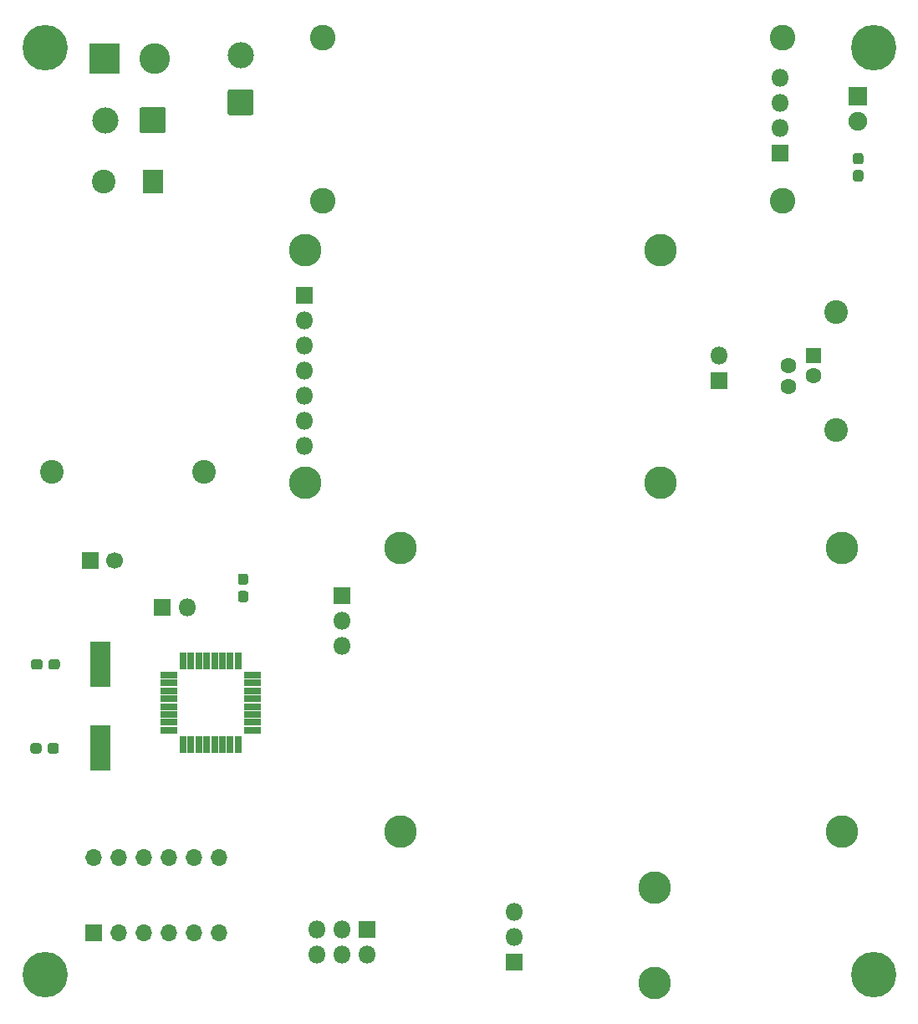
<source format=gts>
G04 #@! TF.GenerationSoftware,KiCad,Pcbnew,(5.1.6)-1*
G04 #@! TF.CreationDate,2021-11-02T04:41:39+01:00*
G04 #@! TF.ProjectId,SLAVE,534c4156-452e-46b6-9963-61645f706362,V1*
G04 #@! TF.SameCoordinates,Original*
G04 #@! TF.FileFunction,Soldermask,Top*
G04 #@! TF.FilePolarity,Negative*
%FSLAX46Y46*%
G04 Gerber Fmt 4.6, Leading zero omitted, Abs format (unit mm)*
G04 Created by KiCad (PCBNEW (5.1.6)-1) date 2021-11-02 04:41:39*
%MOMM*%
%LPD*%
G01*
G04 APERTURE LIST*
%ADD10C,4.600000*%
%ADD11C,2.600000*%
%ADD12C,3.300000*%
%ADD13C,1.700000*%
%ADD14R,1.700000X1.700000*%
%ADD15C,1.900000*%
%ADD16R,1.900000X1.900000*%
%ADD17C,2.650000*%
%ADD18R,1.800000X1.800000*%
%ADD19O,1.800000X1.800000*%
%ADD20C,3.100000*%
%ADD21R,3.100000X3.100000*%
%ADD22C,1.600000*%
%ADD23C,2.400000*%
%ADD24R,1.600000X1.600000*%
%ADD25R,2.100000X2.400000*%
%ADD26O,1.700000X1.700000*%
%ADD27R,0.650000X1.700000*%
%ADD28R,1.700000X0.650000*%
%ADD29R,2.100000X4.600000*%
G04 APERTURE END LIST*
D10*
X189500000Y-55570000D03*
X189510000Y-149390000D03*
X105640000Y-55580000D03*
X105660000Y-149390000D03*
D11*
X180310000Y-71070000D03*
X180310000Y-54490000D03*
X133710000Y-71070000D03*
X133710000Y-54490000D03*
D12*
X186350000Y-106160000D03*
X186350000Y-134900000D03*
X167950000Y-99570000D03*
X167950000Y-76070000D03*
X167320000Y-150230000D03*
X167320000Y-140560000D03*
X141630000Y-134900000D03*
X141630000Y-106160000D03*
X131940000Y-99570000D03*
X131940000Y-76070000D03*
D13*
X112680000Y-107460000D03*
D14*
X110180000Y-107460000D03*
G36*
G01*
X107020000Y-126187500D02*
X107020000Y-126712500D01*
G75*
G02*
X106757500Y-126975000I-262500J0D01*
G01*
X106132500Y-126975000D01*
G75*
G02*
X105870000Y-126712500I0J262500D01*
G01*
X105870000Y-126187500D01*
G75*
G02*
X106132500Y-125925000I262500J0D01*
G01*
X106757500Y-125925000D01*
G75*
G02*
X107020000Y-126187500I0J-262500D01*
G01*
G37*
G36*
G01*
X105270000Y-126187500D02*
X105270000Y-126712500D01*
G75*
G02*
X105007500Y-126975000I-262500J0D01*
G01*
X104382500Y-126975000D01*
G75*
G02*
X104120000Y-126712500I0J262500D01*
G01*
X104120000Y-126187500D01*
G75*
G02*
X104382500Y-125925000I262500J0D01*
G01*
X105007500Y-125925000D01*
G75*
G02*
X105270000Y-126187500I0J-262500D01*
G01*
G37*
G36*
G01*
X105360000Y-117687500D02*
X105360000Y-118212500D01*
G75*
G02*
X105097500Y-118475000I-262500J0D01*
G01*
X104472500Y-118475000D01*
G75*
G02*
X104210000Y-118212500I0J262500D01*
G01*
X104210000Y-117687500D01*
G75*
G02*
X104472500Y-117425000I262500J0D01*
G01*
X105097500Y-117425000D01*
G75*
G02*
X105360000Y-117687500I0J-262500D01*
G01*
G37*
G36*
G01*
X107110000Y-117687500D02*
X107110000Y-118212500D01*
G75*
G02*
X106847500Y-118475000I-262500J0D01*
G01*
X106222500Y-118475000D01*
G75*
G02*
X105960000Y-118212500I0J262500D01*
G01*
X105960000Y-117687500D01*
G75*
G02*
X106222500Y-117425000I262500J0D01*
G01*
X106847500Y-117425000D01*
G75*
G02*
X107110000Y-117687500I0J-262500D01*
G01*
G37*
D15*
X187950000Y-62960000D03*
D16*
X187950000Y-60420000D03*
G36*
G01*
X126485197Y-62395000D02*
X124354803Y-62395000D01*
G75*
G02*
X124095000Y-62135197I0J259803D01*
G01*
X124095000Y-60004803D01*
G75*
G02*
X124354803Y-59745000I259803J0D01*
G01*
X126485197Y-59745000D01*
G75*
G02*
X126745000Y-60004803I0J-259803D01*
G01*
X126745000Y-62135197D01*
G75*
G02*
X126485197Y-62395000I-259803J0D01*
G01*
G37*
D17*
X125420000Y-56270000D03*
D18*
X117470000Y-112190000D03*
D19*
X120010000Y-112190000D03*
D20*
X116760000Y-56610000D03*
D21*
X111680000Y-56610000D03*
D19*
X133150000Y-147280000D03*
X133150000Y-144740000D03*
X135690000Y-147280000D03*
X135690000Y-144740000D03*
X138230000Y-147280000D03*
D18*
X138230000Y-144740000D03*
D19*
X153120000Y-142980000D03*
X153120000Y-145520000D03*
D18*
X153120000Y-148060000D03*
D17*
X111710000Y-62870000D03*
G36*
G01*
X117835000Y-61804803D02*
X117835000Y-63935197D01*
G75*
G02*
X117575197Y-64195000I-259803J0D01*
G01*
X115444803Y-64195000D01*
G75*
G02*
X115185000Y-63935197I0J259803D01*
G01*
X115185000Y-61804803D01*
G75*
G02*
X115444803Y-61545000I259803J0D01*
G01*
X117575197Y-61545000D01*
G75*
G02*
X117835000Y-61804803I0J-259803D01*
G01*
G37*
D19*
X180080000Y-58580000D03*
X180080000Y-61120000D03*
X180080000Y-63660000D03*
D18*
X180080000Y-66200000D03*
X135710000Y-110970000D03*
D19*
X135710000Y-113510000D03*
X135710000Y-116050000D03*
D18*
X131880000Y-80570000D03*
D19*
X131880000Y-83110000D03*
X131880000Y-85650000D03*
X131880000Y-88190000D03*
X131880000Y-90730000D03*
X131880000Y-93270000D03*
X131880000Y-95810000D03*
X173870000Y-86740000D03*
D18*
X173870000Y-89280000D03*
D22*
X180910000Y-89790000D03*
D23*
X185750000Y-94260000D03*
D22*
X183450000Y-88770000D03*
X180910000Y-87750000D03*
D24*
X183450000Y-86730000D03*
D23*
X185750000Y-82260000D03*
X106340000Y-98460000D03*
X111540000Y-69060000D03*
D25*
X116540000Y-69060000D03*
D23*
X121740000Y-98460000D03*
G36*
G01*
X125407500Y-110510000D02*
X125932500Y-110510000D01*
G75*
G02*
X126195000Y-110772500I0J-262500D01*
G01*
X126195000Y-111397500D01*
G75*
G02*
X125932500Y-111660000I-262500J0D01*
G01*
X125407500Y-111660000D01*
G75*
G02*
X125145000Y-111397500I0J262500D01*
G01*
X125145000Y-110772500D01*
G75*
G02*
X125407500Y-110510000I262500J0D01*
G01*
G37*
G36*
G01*
X125407500Y-108760000D02*
X125932500Y-108760000D01*
G75*
G02*
X126195000Y-109022500I0J-262500D01*
G01*
X126195000Y-109647500D01*
G75*
G02*
X125932500Y-109910000I-262500J0D01*
G01*
X125407500Y-109910000D01*
G75*
G02*
X125145000Y-109647500I0J262500D01*
G01*
X125145000Y-109022500D01*
G75*
G02*
X125407500Y-108760000I262500J0D01*
G01*
G37*
G36*
G01*
X188222500Y-69090000D02*
X187697500Y-69090000D01*
G75*
G02*
X187435000Y-68827500I0J262500D01*
G01*
X187435000Y-68202500D01*
G75*
G02*
X187697500Y-67940000I262500J0D01*
G01*
X188222500Y-67940000D01*
G75*
G02*
X188485000Y-68202500I0J-262500D01*
G01*
X188485000Y-68827500D01*
G75*
G02*
X188222500Y-69090000I-262500J0D01*
G01*
G37*
G36*
G01*
X188222500Y-67340000D02*
X187697500Y-67340000D01*
G75*
G02*
X187435000Y-67077500I0J262500D01*
G01*
X187435000Y-66452500D01*
G75*
G02*
X187697500Y-66190000I262500J0D01*
G01*
X188222500Y-66190000D01*
G75*
G02*
X188485000Y-66452500I0J-262500D01*
G01*
X188485000Y-67077500D01*
G75*
G02*
X188222500Y-67340000I-262500J0D01*
G01*
G37*
D26*
X110570000Y-137500000D03*
X123270000Y-145120000D03*
X113110000Y-137500000D03*
X120730000Y-145120000D03*
X115650000Y-137500000D03*
X118190000Y-145120000D03*
X118190000Y-137500000D03*
X115650000Y-145120000D03*
X120730000Y-137500000D03*
X113110000Y-145120000D03*
X123270000Y-137500000D03*
D14*
X110570000Y-145120000D03*
D27*
X119580000Y-117570000D03*
X120380000Y-117570000D03*
X121180000Y-117570000D03*
X121980000Y-117570000D03*
X122780000Y-117570000D03*
X123580000Y-117570000D03*
X124380000Y-117570000D03*
X125180000Y-117570000D03*
D28*
X126630000Y-119020000D03*
X126630000Y-119820000D03*
X126630000Y-120620000D03*
X126630000Y-121420000D03*
X126630000Y-122220000D03*
X126630000Y-123020000D03*
X126630000Y-123820000D03*
X126630000Y-124620000D03*
D27*
X125180000Y-126070000D03*
X124380000Y-126070000D03*
X123580000Y-126070000D03*
X122780000Y-126070000D03*
X121980000Y-126070000D03*
X121180000Y-126070000D03*
X120380000Y-126070000D03*
X119580000Y-126070000D03*
D28*
X118130000Y-124620000D03*
X118130000Y-123820000D03*
X118130000Y-123020000D03*
X118130000Y-122220000D03*
X118130000Y-121420000D03*
X118130000Y-120620000D03*
X118130000Y-119820000D03*
X118130000Y-119020000D03*
D29*
X111180000Y-117950000D03*
X111180000Y-126450000D03*
M02*

</source>
